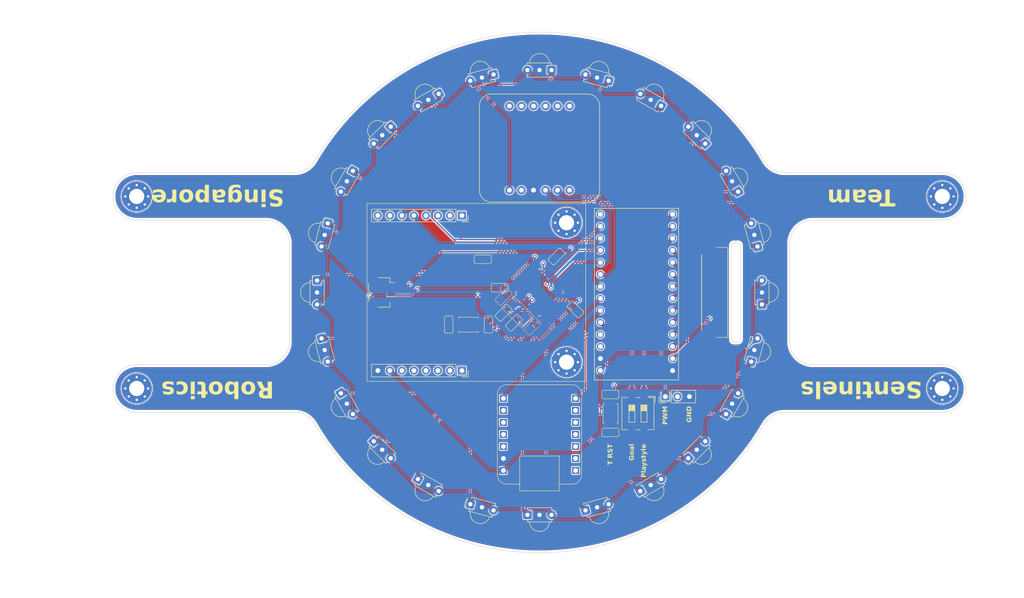
<source format=kicad_pcb>
(kicad_pcb (version 20221018) (generator pcbnew)
  (layers (0 "F.Cu" signal) (31 "B.Cu" signal) (34 "B.Paste" user) (35 "F.Paste" user) (36 "B.SilkS" user "B.Silkscreen") (37 "F.SilkS" user "F.Silkscreen") (38 "B.Mask" user) (39 "F.Mask" user) (44 "Edge.Cuts" user))
  (net 0 "")
  (net 1 "+5V")
  (net 2 "GND")
  (net 3 "+3V3")
  (net 4 "/L1 RX")
  (net 5 "/L1 TX")
  (net 6 "/FL PWM")
  (net 7 "/FL DIR")
  (net 8 "/FR PWM")
  (net 9 "/FR DIR")
  (net 10 "/BL PWM")
  (net 11 "/BL DIR")
  (net 12 "/BR PWM")
  (net 13 "/BR DIR")
  (net 14 "/SDA")
  (net 15 "/SCL")
  (net 24 "/IR/SWDIO")
  (net 25 "/IR/SWCLK")
  (net 26 "/IR/RST")
  (net 27 "/IR/BOOT")
  (net 28 "/LG")
  (net 29 "/IR/IR1")
  (net 30 "/IR/IR2")
  (net 31 "/IR/IR3")
  (net 32 "/IR/IR4")
  (net 33 "/IR/IR5")
  (net 34 "/IR/IR6")
  (net 35 "/IR/IR7")
  (net 36 "/IR/IR8")
  (net 37 "/IR/IR9")
  (net 38 "/IR/IR24")
  (net 39 "/IR/IR23")
  (net 40 "/IR/IR14")
  (net 41 "/IR/IR22")
  (net 42 "/IR/IR21")
  (net 43 "/IR/IR20")
  (net 44 "/IR/IR19")
  (net 45 "/IR/IR18")
  (net 46 "/IR/IR17")
  (net 47 "/IR/IR16")
  (net 48 "/IR/IR15")
  (net 49 "/IR/IR13")
  (net 50 "/IR/IR12")
  (net 51 "/IR/IR11")
  (net 52 "/IR/IR10")
  (net 53 "Net-(IC1-PD0)")
  (net 54 "Net-(IC1-PD1)")
  (net 57 "/DIP1")
  (net 58 "/DIP2")
  (net 61 "/C RX")
  (net 62 "/C TX")
  (net 75 "/BT RX")
  (net 76 "/BT TX")
  (net 83 "IR RX")
  (net 88 "IR TX")
  (net 94 "Net-(R5-Pad1)")
  (net 95 "Net-(D2-A)")
  (net 96 "/T_RST")
  (net 97 "Net-(R2-Pad1)")
  (net 98 "/ESC")
  (footprint "footprints:res0603" (layer "F.Cu") (at 149.225 106.775 90)
    (fp_text reference "R3" hide)
    (fp_text value "10K")
  )
  (footprint "footprints:Vishay_MINICAST-3P" (layer "F.Cu") (at 114.6015 112.1645 -75)
    (fp_text reference "U23" hide)
    (fp_text value "TSSP58038")
  )
  (footprint "footprints:cap0603" (layer "F.Cu") (at 154.6 106.4 -135)
    (fp_text reference "C2" hide)
    (fp_text value "0.1u")
  )
  (footprint "footprints:Vishay_MINICAST-3P" (layer "F.Cu") (at 119.2968 123.5 -60)
    (fp_text reference "U24" hide)
    (fp_text value "TSSP58038")
  )
  (footprint "MountingHole:MountingHole_3.2mm_M3_Pad_Via" (layer "F.Cu") (at 74.8848 79.7107)
    (fp_text reference "H3" hide)
    (fp_text value "MountingHole_Pad")
  )
  (footprint "footprints:SW_PUSH_SPST" (layer "F.Cu") (at 175 125.6 90)
    (fp_text reference "SW3" hide)
    (fp_text value "SW_Push")
  )
  (footprint "footprints:cap0603" (layer "F.Cu") (at 151.6 99 180)
    (fp_text reference "C4" hide)
    (fp_text value "0.1u")
  )
  (footprint "footprints:SW_PUSH_SPST" (layer "F.Cu") (at 145 106.8)
    (fp_text reference "SW2" hide)
    (fp_text value "SW_Push")
  )
  (footprint "footprints:Vishay_MINICAST-3P" (layer "F.Cu") (at 193.234 66.766 135)
    (fp_text reference "U13" hide)
    (fp_text value "TSSP58038")
  )
  (footprint "Connector_JST:JST_SH_SM04B-SRSS-TB_1x04-1MP_P1.00mm_Horizontal" (layer "F.Cu") (at 126.6 100 -90)
    (fp_text reference "J3" hide)
    (fp_text value "Conn_01x04")
  )
  (footprint "footprints:Vishay_MINICAST-3P" (layer "F.Cu") (at 147.8355 54.6015 -165)
    (fp_text reference "U17" hide)
    (fp_text value "TSSP58038")
  )
  (footprint "footprints:Vishay_MINICAST-3P" (layer "F.Cu") (at 160 147)
    (fp_text reference "U4" hide)
    (fp_text value "TSSP58038")
  )
  (footprint "footprints:Vishay_MINICAST-3P" (layer "F.Cu") (at 114.6015 87.8355 -105)
    (fp_text reference "U21" hide)
    (fp_text value "TSSP58038")
  )
  (footprint "footprints:Vishay_MINICAST-3P" (layer "F.Cu") (at 193.234 133.234 45)
    (fp_text reference "U7" hide)
    (fp_text value "TSSP58038")
  )
  (footprint "footprints:Vishay_MINICAST-3P" (layer "F.Cu") (at 172.1645 54.6015 165)
    (fp_text reference "U15" hide)
    (fp_text value "TSSP58038")
  )
  (footprint "Package_QFP:LQFP-48_7x7mm_P0.5mm" (layer "F.Cu") (at 160 100 45)
    (fp_text reference "IC1" hide)
    (fp_text value "STM32F103CBTx")
  )
  (footprint "footprints:Vishay_MINICAST-3P" (layer "F.Cu") (at 183.5 140.7032 30)
    (fp_text reference "U6" hide)
    (fp_text value "TSSP58038")
  )
  (footprint "footprints:led0603" (layer "F.Cu") (at 152.4 104.3 45)
    (fp_text reference "D2" hide)
    (fp_text value "LED")
  )
  (footprint "Button_Switch_SMD:SW_DIP_SPSTx02_Slide_6.7x6.64mm_W8.61mm_P2.54mm_LowProfile" (layer "F.Cu") (at 180.8 125.6 -90)
    (fp_text reference "SW1" hide)
    (fp_text value "SW_DIP_x02")
  )
  (footprint "footprints:res0603" (layer "F.Cu") (at 174.974999 121.575 180)
    (fp_text reference "R1" hide)
    (fp_text value "10K")
  )
  (footprint "MountingHole:MountingHole_3.2mm_M3_Pad_Via" (layer "F.Cu") (at 74.8848 120.2893)
    (fp_text reference "H1" hide)
    (fp_text value "MountingHole_Pad")
  )
  (footprint "footprints:Vishay_MINICAST-3P" (layer "F.Cu") (at 126.766 66.766 -135)
    (fp_text reference "U19" hide)
    (fp_text value "TSSP58038")
  )
  (footprint "footprints:Vishay_MINICAST-3P" (layer "F.Cu") (at 136.5 140.7032 -30)
    (fp_text reference "U26" hide)
    (fp_text value "TSSP58038")
  )
  (footprint "footprints:cap0603" (layer "F.Cu") (at 167.6 103.6 -45)
    (fp_text reference "C1" hide)
    (fp_text value "0.1u")
  )
  (footprint "footprints:Vishay_MINICAST-3P" (layer "F.Cu") (at 126.766 133.234 -45)
    (fp_text reference "U25" hide)
    (fp_text value "TSSP58038")
  )
  (footprint "MountingHole:MountingHole_3.2mm_M3_Pad_Via" (layer "F.Cu") (at 245.1152 120.2893)
    (fp_text reference "H2" hide)
    (fp_text value "MountingHole_Pad")
  )
  (footprint "footprints:Vishay_MINICAST-3P" (layer "F.Cu") (at 147.8355 145.3985 -15)
    (fp_text reference "U27" hide)
    (fp_text value "TSSP58038")
  )
  (footprint "footprints:Vishay_MINICAST-3P" (layer "F.Cu") (at 207 100 90)
    (fp_text reference "U10" hide)
    (fp_text value "TSSP58038")
  )
  (footprint "footprints:openmv" (layer "F.Cu") (at 166.223 100 -90)
    (fp_text reference "U2" hide)
    (fp_text value "OpenMV H7" hide)
  )
  (footprint "footprints:Vishay_MINICAST-3P" (layer "F.Cu") (at 205.3985 87.8355 105)
    (fp_text reference "U11" hide)
    (fp_text value "TSSP58038")
  )
  (footprint "MountingHole:MountingHole_3.2mm_M3_Pad_Via" (layer "F.Cu") (at 245.1152 79.7107)
    (fp_text reference "H4" hide)
    (fp_text value "MountingHole_Pad")
  )
  (footprint "footprints:Vishay_MINICAST-3P" (layer "F.Cu") (at 136.5 59.2968 -150)
    (fp_text reference "U18" hide)
    (fp_text value "TSSP58038")
  )
  (footprint "footprints:xiao-esp32c3" (layer "F.Cu") (at 160 130 180)
    (fp_text reference "U28" hide)
    (fp_text value "xiao-esp32c3" hide)
  )
  (footprint "footprints:res0603" (layer "F.Cu") (at 148 93)
    (fp_text reference "R4" hide)
    (fp_text value "10K")
  )
  (footprint "footprints:Vishay_MINICAST-3P" (layer "F.Cu") (at 119.2968 76.5 -120)
    (fp_text reference "U20" hide)
    (fp_text value "TSSP58038")
  )
  (footprint "footprints:teensy4" (layer "F.Cu") (at 180.5 100 180)
    (fp_text reference "U1" hide)
    (fp_text value "DEV-15583")
  )
  (footprint "footprints:res0603" (layer "F.Cu") (at 140.825 106.775 -90)
    (fp_text reference "R5" hide)
    (fp_text value "1K")
  )
  (footprint "footprints:Vishay_MINICAST-3P" (layer "F.Cu") (at 205.3985 112.1645 75)
    (fp_text reference "U9" hide)
    (fp_text value "TSSP58038")
  )
  (footprint "footprints:Vishay_MINICAST-3P" (layer "F.Cu") (at 113 100 -90)
    (fp_text reference "U22" hide)
    (fp_text value "TSSP58038")
  )
  (footprint "footprints:Vishay_MINICAST-3P" (layer "F.Cu") (at 160 53 180)
    (fp_text reference "U16" hide)
    (fp_text value "TSSP58038")
  )
  (footprint "footprints:bno085" (layer "F.Cu") (at 160 69.5)
    (fp_text reference "U3" hide)
    (fp_text value "BNO085")
  )
  (footprint "footprints:Vishay_MINICAST-3P" (layer "F.Cu") (at 200.7032 123.5 60)
    (fp_text reference "U8" hide)
    (fp_text value "TSSP58038")
  )
  (footprint "footprints:Vishay_MINICAST-3P" (layer "F.Cu") (at 183.5 59.2968 150)
    (fp_text reference "U14" hide)
    (fp_text value "TSSP58038")
  )
  (footprint "footprints:cap0603" (layer "F.Cu") (at 163.6 92.4 45)
    (fp_text reference "C3" hide)
    (fp_text value "0.1u")
  )
  (footprint "Connector_PinHeader_2.54mm:PinHeader_1x03_P2.54mm_Vertical" (layer "F.Cu") (at 186.6 122 90)
    (fp_text reference "J2" hide)
    (fp_text value "Conn_01x03_Pin")
  )
  (footprint "footprints:Vishay_MINICAST-3P" (layer "F.Cu") (at 200.7032 76.5 120)
    (fp_text reference "U12" hide)
    (fp_text value "TSSP58038")
  )
  (footprint "footprints:Vishay_MINICAST-3P" (layer "F.Cu") (at 172.1645 145.3985 15)
    (fp_text reference "U5" hide)
    (fp_text value "TSSP58038")
  )
  (footprint "footprints:522711479" (layer "F.Cu") (at 197.6 100 90)
    (fp_text reference "J1" hide)
    (fp_text value "0526101433" hide)
  )
  (footprint "footprints:res0603" (layer "F.Cu") (at 174.974998 129.575)
    (fp_text reference "R2" hide)
    (fp_text value "1K")
  )
  (footprint "footprints:cap0603" (layer "B.Cu") (at 158.5 107.2 -135)
    (fp_text reference "C6" hide)
    (fp_text value "22p")
  )
  (footprint "footprints:Crystal" (layer "B.Cu") (at 155.4 104.1 135)
    (fp_text reference "Y1" hide)
    (fp_text value "8Mhz")
  )
  (footprint "footprints:cap0603" (layer "B.Cu") (at 152.4 100.9 -135)
    (fp_text reference "C5" hide)
    (fp_text value "22p")
  )
  (gr_line (start 102.167834 115.289284) (end 74.884814 115.289284) (stroke (width 0.1)) (layer "Edge.Cuts"))
  (gr_line (start 74.884814 84.710716) (end 102.167834 84.710716) (stroke (width 0.1)) (layer "Edge.Cuts"))
  (gr_arc (start 102.167834 84.710716) (mid 105.703368 86.175182) (end 107.167834 89.710716) (stroke (width 0.1)) (layer "Edge.Cuts"))
  (gr_arc (start 217.832166 115.289284) (mid 214.296633 113.824817) (end 212.832166 110.289284) (stroke (width 0.1)) (layer "Edge.Cuts"))
  (gr_line (start 211.793429 125.289284) (end 245.115186 125.289284) (stroke (width 0.1)) (layer "Edge.Cuts"))
  (gr_arc (start 212.832166 89.710716) (mid 214.296624 86.17516) (end 217.832166 84.710716) (stroke (width 0.1)) (layer "Edge.Cuts"))
  (gr_line (start 201.045 89.5) (end 202.000001 89.5) (stroke (width 0.1)) (layer "Edge.Cuts"))
  (gr_arc (start 211.793429 74.710716) (mid 209.3055 74.047809) (end 207.47731 72.234823) (stroke (width 0.1)) (layer "Edge.Cuts"))
  (gr_line (start 202.500001 90) (end 202.500001 110) (stroke (width 0.1)) (layer "Edge.Cuts"))
  (gr_arc (start 207.47731 127.765177) (mid 160 155) (end 112.52269 127.765177) (stroke (width 0.1)) (layer "Edge.Cuts"))
  (gr_arc (start 202.000001 89.5) (mid 202.353554 89.646447) (end 202.500001 90) (stroke (width 0.1)) (layer "Edge.Cuts"))
  (gr_arc (start 74.884814 84.710716) (mid 69.884814 79.710716) (end 74.884814 74.710716) (stroke (width 0.1)) (layer "Edge.Cuts"))
  (gr_arc (start 202.500001 110) (mid 202.353554 110.353554) (end 202.000001 110.5) (stroke (width 0.1)) (layer "Edge.Cuts"))
  (gr_line (start 217.832166 84.710716) (end 245.115186 84.710716) (stroke (width 0.1)) (layer "Edge.Cuts"))
  (gr_arc (start 108.206571 125.289284) (mid 110.694488 125.952203) (end 112.52269 127.765177) (stroke (width 0.1)) (layer "Edge.Cuts"))
  (gr_line (start 107.167834 89.710716) (end 107.167834 110.289284) (stroke (width 0.1)) (layer "Edge.Cuts"))
  (gr_arc (start 245.115186 115.289284) (mid 250.115186 120.28928) (end 245.115186 125.289284) (stroke (width 0.1)) (layer "Edge.Cuts"))
  (gr_arc (start 201.045 110.5) (mid 200.691447 110.353553) (end 200.545 110) (stroke (width 0.1)) (layer "Edge.Cuts"))
  (gr_line (start 200.545 110) (end 200.545 90) (stroke (width 0.1)) (layer "Edge.Cuts"))
  (gr_arc (start 112.52269 72.234823) (mid 110.694488 74.047796) (end 108.206571 74.710716) (stroke (width 0.1)) (layer "Edge.Cuts"))
  (gr_arc (start 200.545 90) (mid 200.691447 89.646447) (end 201.045 89.5) (stroke (width 0.1)) (layer "Edge.Cuts"))
  (gr_arc (start 245.115186 74.710716) (mid 250.115194 79.71072) (end 245.115186 84.710716) (stroke (width 0.1)) (layer "Edge.Cuts"))
  (gr_arc (start 107.167834 110.289284) (mid 105.703368 113.824818) (end 102.167834 115.289284) (stroke (width 0.1)) (layer "Edge.Cuts"))
  (gr_line (start 74.884814 125.289284) (end 108.206571 125.289284) (stroke (width 0.1)) (layer "Edge.Cuts"))
  (gr_line (start 108.206571 74.710716) (end 74.884814 74.710716) (stroke (width 0.1)) (layer "Edge.Cuts"))
  (gr_line (start 202.000001 110.5) (end 201.045 110.5) (stroke (width 0.1)) (layer "Edge.Cuts"))
  (gr_line (start 212.832166 110.289284) (end 212.832166 89.710716) (stroke (width 0.1)) (layer "Edge.Cuts"))
  (gr_arc (start 112.52269 72.234823) (mid 160 45) (end 207.47731 72.234823) (stroke (width 0.1)) (layer "Edge.Cuts"))
  (gr_arc (start 74.884814 125.289284) (mid 69.884814 120.289284) (end 74.884814 115.289284) (stroke (width 0.1)) (layer "Edge.Cuts"))
  (gr_line (start 245.115186 115.289284) (end 217.832166 115.289284) (stroke (width 0.1)) (layer "Edge.Cuts"))
  (gr_arc (start 207.47731 127.765177) (mid 209.305516 125.95222) (end 211.793429 125.289284) (stroke (width 0.1)) (layer "Edge.Cuts"))
  (gr_line (start 245.115186 74.710716) (end 211.793429 74.710716) (stroke (width 0.1)) (layer "Edge.Cuts"))
  (gr_text "Singapore" (at 92 79.7107 180) (layer "F.SilkS") (effects (font (size 3.5 3.5) (thickness 1) bold)))
  (gr_text "Robotics" (at 92 120.2893 180) (layer "F.SilkS") (effects (font (size 3.5 3.5) (thickness 1) bold)))
  (gr_text "GND" (at 191.68 124 90) (layer "F.SilkS") (effects (font (size 1 1) (thickness 0.25) bold) (justify right)))
  (gr_text "Sentinels" (at 228 120.2893 180) (layer "F.SilkS") (effects (font (size 3.5 3.5) (thickness 1) bold)))
  (gr_text "PWM" (at 186.6 124 90) (layer "F.SilkS") (effects (font (size 1 1) (thickness 0.25) bold) (justify right)))
  (gr_text "Team" (at 228 79.7107 180) (layer "F.SilkS") (effects (font (size 3.5 3.5) (thickness 1) bold)))
  (gr_text "Playstyle" (at 182.07 132 90) (layer "F.SilkS") (effects (font (size 1 1) (thickness 0.25) bold) (justify right)))
  (gr_text "T RST" (at 175 132 90) (layer "F.SilkS") (effects (font (size 1 1) (thickness 0.25) bold) (justify right)))
  (gr_text "Goal" (at 179.53 132 90) (layer "F.SilkS") (effects (font (size 1 1) (thickness 0.25) bold) (justify right)))
  (segment (start 192.725 105.5) (end 196 105.5) (width 0.254) (layer "F.Cu") (net 1))
  (via (at 196 105.5) (size 0.8) (drill 0.4) (layers "F.Cu" "B.Cu") (net 1))
  (segment (start 149.487 137.62) (end 152.38 137.62) (width 0.254) (layer "B.Cu") (net 1))
  (segment (start 128.377 116.51) (end 149.487 137.62) (width 0.254) (layer "B.Cu") (net 1))
  (segment (start 156.2 133.8) (end 152.38 137.62) (width 0.254) (layer "B.Cu") (net 1))
  (segment (start 172.88 116.51) (end 176.59 112.8) (width 0.254) (layer "B.Cu") (net 1))
  (segment (start 168.23458 133.8) (end 156.2 133.8) (width 0.254) (layer "B.Cu") (net 1))
  (segment (start 172.88 116.51) (end 172.88 129.15458) (width 0.254) (layer "B.Cu") (net 1))
  (segment (start 188.7 112.8) (end 196 105.5) (width 0.254) (layer "B.Cu") (net 1))
  (segment (start 176.59 112.8) (end 188.7 112.8) (width 0.254) (layer "B.Cu") (net 1))
  (segment (start 172.88 129.15458) (end 168.23458 133.8) (width 0.254) (layer "B.Cu") (net 1))
  (segment (start 164.998788 100.998788) (end 167.034315 103.034315) (width 0.254) (layer "F.Cu") (net 3))
  (segment (start 204.166948 111.6) (end 200.254 111.6) (width 0.254) (layer "F.Cu") (net 3))
  (segment (start 168.4 101.66863) (end 167.034315 103.034315) (width 0.254) (layer "F.Cu") (net 3))
  (segment (start 152.4 99) (end 152.4 99.8) (width 0.254) (layer "F.Cu") (net 3))
  (segment (start 163.034315 93.076597) (end 160.998788 95.112124) (width 0.254) (layer "F.Cu") (net 3))
  (segment (start 200.254 111.6) (end 195.154 106.5) (width 0.254) (layer "F.Cu") (net 3))
  (segment (start 155.933451 105.834315) (end 155.165685 105.834315) (width 0.254) (layer "F.Cu") (net 3))
  (segment (start 195.154 106.5) (end 192.725 106.5) (width 0.254) (layer "F.Cu") (net 3))
  (segment (start 149.225 107.575) (end 151 107.575) (width 0.254) (layer "F.Cu") (net 3))
  (segment (start 154.33137 105) (end 155.165685 105.834315) (width 0.254) (layer "F.Cu") (net 3))
  (segment (start 153.642052 105) (end 154.33137 105) (width 0.254) (layer "F.Cu") (net 3))
  (segment (start 168.4 101.6) (end 168.4 101.66863) (width 0.254) (layer "F.Cu") (net 3))
  (segment (start 175.774999 121.575) (end 175.774999 119.625001) (width 0.25) (layer "F.Cu") (net 3))
  (segment (start 152.4 99.8) (end 151.6 100.6) (width 0.254) (layer "F.Cu") (net 3))
  (segment (start 157.940551 103.827215) (end 155.933451 105.834315) (width 0.254) (layer "F.Cu") (net 3))
  (segment (start 163.034315 92.965685) (end 163.034315 93.076597) (width 0.254) (layer "F.Cu") (net 3))
  (segment (start 155.112124 99.001212) (end 152.401212 99.001212) (width 0.254) (layer "F.Cu") (net 3))
  (segment (start 151.6 100.6) (end 147 100.6) (width 0.254) (layer "F.Cu") (net 3))
  (segment (start 152.401212 99.001212) (end 152.4 99) (width 0.254) (layer "F.Cu") (net 3))
  (segment (start 128.6 101.5) (end 125.1 101.5) (width 0.254) (layer "F.Cu") (net 3))
  (segment (start 164.887876 100.998788) (end 164.998788 100.998788) (width 0.254) (layer "F.Cu") (net 3))
  (segment (start 125.1 101.5) (end 124.2 100.6) (width 0.254) (layer "F.Cu") (net 3))
  (segment (start 151 107.575) (end 151.067052 107.575) (width 0.254) (layer "F.Cu") (net 3))
  (segment (start 160.8 94.913336) (end 160.998788 95.112124) (width 0.254) (layer "F.Cu") (net 3))
  (segment (start 206.0559 109.711048) (end 204.166948 111.6) (width 0.254) (layer "F.Cu") (net 3))
  (segment (start 160.8 93.8) (end 160.8 94.913336) (width 0.254) (layer "F.Cu") (net 3))
  (segment (start 151.067052 107.575) (end 153.642052 105) (width 0.254) (layer "F.Cu") (net 3))
  (via (at 168.4 101.6) (size 0.8) (drill 0.4) (layers "F.Cu" "B.Cu") (net 3))
  (via (at 151 107.575) (size 0.8) (drill 0.4) (layers "F.Cu" "B.Cu") (net 3))
  (via (at 124.2 100.6) (size 0.8) (drill 0.4) (layers "F.Cu" "B.Cu") (net 3))
  (via (at 175.774999 119.625001) (size 0.8) (drill 0.4) (layers "F.Cu" "B.Cu") (net 3))
  (via (at 160.8 93.8) (size 0.8) (drill 0.4) (layers "F.Cu" "B.Cu") (net 3))
  (via (at 147 100.6) (size 0.8) (drill 0.4) (layers "F.Cu" "B.Cu") (net 3))
  (segment (start 145.382048 55.2589) (end 146.123148 56) (width 0.254) (layer "B.Cu") (net 3))
  (segment (start 160.8 98.8) (end 163.6 101.6) (width 0.254) (layer "B.Cu") (net 3))
  (segment (start 153.65 63.526852) (end 145.382048 55.2589) (width 0.254) (layer "B.Cu") (net 3))
  (segment (start 168.811048 54.8441) (end 169.711048 53.9441) (width 0.254) (layer "B.Cu") (net 3))
  (segment (start 195.030051 126.970652) (end 195.030051 131.437949) (width 0.254) (layer "B.Cu") (net 3))
  (segment (start 181.300295 58.0268) (end 173.793748 58.0268) (width 0.254) (layer "B.Cu") (net 3))
  (segment (start 175.774999 119.625001) (end 176.149998 120) (width 0.25) (layer "B.Cu") (net 3))
  (segment (start 157.46 53) (end 159.3041 54.8441) (width 0.254) (layer "B.Cu") (net 3))
  (segment (start 153.225 109.8) (end 160.2 109.8) (width 0.254) (layer "B.Cu") (net 3))
  (segment (start 147 100.6) (end 147 103.575) (width 0.254) (layer "B.Cu") (net 3))
  (segment (start 154.46 56) (end 157.46 53) (width 0.254) (layer "B.Cu") (net 3))
  (segment (start 124.969949 73.029348) (end 119.299592 78.699705) (width 0.254) (layer "B.Cu") (net 3))
  (segment (start 113 102.54) (end 116.1589 105.6989) (width 0.254) (layer "B.Cu") (net 3))
  (segment (start 115.2 100.34) (end 115.2 91.544852) (width 0.254) (layer "B.Cu") (net 3))
  (segment (start 150.571852 145.773) (end 161.313 145.773) (width 0.254) (layer "B.Cu") (net 3))
  (segment (start 128.562051 135.696423) (end 128.562051 135.030051) (width 0.254) (layer "B.Cu") (net 3))
  (segment (start 204.7411 85.382048) (end 199.4332 80.074148) (width 0.254) (layer "B.Cu") (net 3))
  (segment (start 134.838828 141.9732) (end 128.562051 135.696423) (width 0.254) (layer "B.Cu") (net 3))
  (segment (start 206.0559 109.711048) (end 201.9732 113.793748) (width 0.254) (layer "B.Cu") (net 3))
  (segment (start 185.767592 58.0268) (end 181.300295 58.0268) (width 0.254) (layer "B.Cu") (net 3))
  (segment (start 174.617952 144.7411) (end 179.925852 139.4332) (width 0.254) (layer "B.Cu") (net 3))
  (segment (start 199.4332 80.074148) (end 199.4332 74.300295) (width 0.254) (layer "B.Cu") (net 3))
  (segment (start 173.793748 58.0268) (end 169.711048 53.9441) (width 0.254) (layer "B.Cu") (net 3))
  (segment (start 147 100.6) (end 124.255148 100.6) (width 0.254) (layer "B.Cu") (net 3))
  (segment (start 163.6 101.6) (end 168.4 101.6) (width 0.254) (layer "B.Cu") (net 3))
  (segment (start 127.577836 68.562051) (end 124.969949 68.562051) (width 0.254) (layer "B.Cu") (net 3))
  (segment (start 146.206252 141.9732) (end 150.288952 146.0559) (width 0.254) (layer "B.Cu") (net 3))
  (segment (start 115.2 91.544852) (end 113.9441 90.288952) (width 0.254) (layer "B.Cu") (net 3))
  (segment (start 151 107.575) (end 153.225 109.8) (width 0.254) (layer "B.Cu") (net 3))
  (segment (start 163.44 147.9) (end 171.459052 147.9) (width 0.254) (layer "B.Cu") (net 3))
  (segment (start 185.699705 139.033054) (end 185.699705 139.4332) (width 0.254) (layer "B.Cu") (net 3))
  (segment (start 191.437949 63.697157) (end 185.767592 58.0268) (width 0.254) (layer "B.Cu") (net 3))
  (segment (start 160.8 93.8) (end 160.8 98.8) (width 0.254) (layer "B.Cu") (net 3))
  (segment (start 140.074148 60.5668) (end 134.300295 60.5668) (width 0.254) (layer "B.Cu") (net 3))
  (segment (start 199.4332 74.300295) (end 198.160408 74.300295) (width 0.254) (layer "B.Cu") (net 3))
  (segment (start 134.300295 61.839592) (end 127.577836 68.562051) (width 0.254) (layer "B.Cu") (net 3))
  (segment (start 162.54 147) (end 163.44 147.9) (width 0.254) (layer "B.Cu") (net 3))
  (segment (start 134.300295 60.5668) (end 134.300295 61.839592) (width 0.254) (layer "B.Cu") (net 3))
  (segment (start 118.0268 78.699705) (end 118.0268 86.206252) (width 0.254) (layer "B.Cu") (net 3))
  (segment (start 119.299592 78.699705) (end 118.0268 78.699705) (width 0.254) (layer "B.Cu") (net 3))
  (segment (start 146.123148 56) (end 154.46 56) (width 0.254) (layer "B.Cu") (net 3))
  (segment (start 198.160408 74.300295) (end 191.437949 67.577836) (width 0.254) (layer "B.Cu") (net 3))
  (segment (start 176.149998 120) (end 200.672905 120) (width 0.25) (layer "B.Cu") (net 3))
  (segment (start 145.382048 55.2589) (end 140.074148 60.5668) (width 0.254) (layer "B.Cu") (net 3))
  (segment (start 179.925852 139.4332) (end 185.699705 139.4332) (width 0.254) (layer "B.Cu") (net 3))
  (segment (start 193.29481 131.437949) (end 185.699705 139.033054) (width 0.254) (layer "B.Cu") (net 3))
  (segment (start 201.9732 121.300295) (end 200.700408 121.300295) (width 0.254) (layer "B.Cu") (net 3))
  (segment (start 118.0268 86.206252) (end 113.9441 90.288952) (width 0.254) (layer "B.Cu") (net 3))
  (segment (start 120.5668 119.925852) (end 120.5668 125.699705) (width 0.254) (layer "B.Cu") (net 3))
  (segment (start 116.1589 113.717952) (end 115.2589 114.617952) (width 0.254) (layer "B.Cu") (net 3))
  (segment (start 150.288952 146.0559) (end 150.571852 145.773) (width 0.254) (layer "B.Cu") (net 3))
  (segment (start 153.65 78.39) (end 153.65 63.526852) (width 0.254) (layer "B.Cu") (net 3))
  (segment (start 161.313 145.773) (end 162.54 147) (width 0.254) (layer "B.Cu") (net 3))
  (segment (start 113 102.54) (end 115.2 100.34) (width 0.254) (layer "B.Cu") (net 3))
  (segment (start 201.9732 113.793748) (end 201.9732 121.300295) (width 0.254) (layer "B.Cu") (net 3))
  (segment (start 138.699705 141.9732) (end 134.838828 141.9732) (width 0.254) (layer "B.Cu") (net 3))
  (segment (start 200.672905 120) (end 201.9732 121.300295) (width 0.25) (layer "B.Cu") (net 3))
  (segment (start 200.700408 121.300295) (end 195.030051 126.970652) (width 0.254) (layer "B.Cu") (net 3))
  (segment (start 160.2 109.8) (end 168.4 101.6) (width 0.254) (layer "B.Cu") (net 3))
  (segment (start 205.1559 108.811048) (end 205.1559 99.3041) (width 0.254) (layer "B.Cu") (net 3))
  (segment (start 205.1559 99.3041) (end 207 97.46) (width 0.254) (layer "B.Cu") (net 3))
  (segment (start 195.030051 131.437949) (end 193.29481 131.437949) (width 0.254) (layer "B.Cu") (net 3))
  (segment (start 124.255148 100.6) (end 113.9441 90.288952) (width 0.254) (layer "B.Cu") (net 3))
  (segment (start 171.459052 147.9) (end 174.617952 144.7411) (width 0.254) (layer "B.Cu") (net 3))
  (segment (start 138.699705 141.9732) (end 146.206252 141.9732) (width 0.254) (layer "B.Cu") (net 3))
  (segment (start 115.2589 114.617952) (end 120.5668 119.925852) (width 0.254) (layer "B.Cu") (net 3))
  (segment (start 159.3041 54.8441) (end 168.811048 54.8441) (width 0.254) (layer "B.Cu") (net 3))
  (segment (start 120.5668 125.699705) (end 121.839592 125.699705) (width 0.254) (layer "B.Cu") (net 3))
  (segment (start 191.437949 67.577836) (end 191.437949 64.969949) (width 0.254) (layer "B.Cu") (net 3))
  (segment (start 128.562051 132.422164) (end 128.562051 135.030051) (width 0.254) (layer "B.Cu") (net 3))
  (segment (start 147 103.575) (end 151 107.575) (width 0.254) (layer "B.Cu") (net 3))
  (segment (start 206.0559 109.711048) (end 205.1559 108.811048) (width 0.254) (layer "B.Cu") (net 3))
  (segment (start 121.839592 125.699705) (end 128.562051 132.422164) (width 0.254) (layer "B.Cu") (net 3))
  (segment (start 191.437949 64.969949) (end 191.437949 63.697157) (width 0.254) (layer "B.Cu") (net 3))
  (segment (start 116.1589 105.6989) (end 116.1589 113.717952) (width 0.254) (layer "B.Cu") (net 3))
  (segment (start 124.969949 68.562051) (end 124.969949 73.029348) (width 0.254) (layer "B.Cu") (net 3))
  (segment (start 191.273 104.873) (end 191.646 104.5) (width 0.254) (layer "F.Cu") (net 4))
  (segment (start 191.646 104.5) (end 192.725 104.5) (width 0.254) (layer "F.Cu") (net 4))
  (segment (start 191.273 110.817) (end 191.273 104.873) (width 0.254) (layer "F.Cu") (net 4))
  (segment (start 188.12 113.97) (end 191.273 110.817) (width 0.254) (layer "F.Cu") (net 4))
  (segment (start 191.346 103.5) (end 192.725 103.5) (width 0.254) (layer "F.Cu") (net 5))
  (segment (start 188.12 111.43) (end 190.819 108.731) (width 0.254) (layer "F.Cu") (net 5))
  (segment (start 190.819 104.027) (end 191.346 103.5) (width 0.254) (layer "F.Cu") (net 5))
  (segment (start 190.819 108.731) (end 190.819 104.027) (width 0.254) (layer "F.Cu") (net 5))
  (segment (start 190.365 103.838947) (end 190.365 106.645) (width 0.254) (layer "F.Cu") (net 6))
  (segment (start 191.703947 102.5) (end 190.365 103.838947) (width 0.254) (layer "F.Cu") (net 6))
  (segment (start 192.725 102.5) (end 191.703947 102.5) (width 0.254) (layer "F.Cu") (net 6))
  (segment (start 190.365 106.645) (end 188.12 108.89) (width 0.254) (layer "F.Cu") (net 6))
  (segment (start 191.346 101.5) (end 189.4 103.446) (width 0.254) (layer "F.Cu") (net 7))
  (segment (start 189.4 103.446) (end 189.4 105.07) (width 0.254) (layer "F.Cu") (net 7))
  (segment (start 189.4 105.07) (end 188.12 106.35) (width 0.254) (layer "F.Cu") (net 7))
  (segment (start 192.725 101.5) (end 191.346 101.5) (width 0.254) (layer "F.Cu") (net 7))
  (segment (start 188.393947 103.81) (end 191.703947 100.5) (width 0.254) (layer "F.Cu") (net 8))
  (segment (start 188.12 103.81) (end 188.393947 103.81) (width 0.254) (layer "F.Cu") (net 8))
  (segment (start 191.703947 100.5) (end 192.725 100.5) (width 0.254) (layer "F.Cu") (net 8))
  (segment (start 188.12 101.27) (end 189.89 99.5) (width 0.254) (layer "F.Cu") (net 9))
  (segment (start 189.89 99.5) (end 192.725 99.5) (width 0.254) (layer "F.Cu") (net 9))
  (segment (start 192.725 98.5) (end 188.35 98.5) (width 0.254) (layer "F.Cu") (net 10))
  (segment (start 188.35 98.5) (end 188.12 98.73) (width 0.254) (layer "F.Cu") (net 10))
  (segment (start 189.43 97.5) (end 188.12 96.19) (width 0.254) (layer "F.Cu") (net 11))
  (segment (start 192.725 97.5) (end 189.43 97.5) (width 0.254) (layer "F.Cu") (net 11))
  (segment (start 188.12 93.65) (end 190.97 96.5) (width 0.254) (layer "F.Cu") (net 12))
  (segment (start 190.97 96.5) (end 192.725 96.5) (width 0.254) (layer "F.Cu") (net 12))
  (segment (start 192.725 95.5) (end 190.9 95.5) (width 0.254) (layer "F.Cu") (net 13))
  (segment (start 189.8 92.79) (end 188.12 91.11) (width 0.254) (layer "F.Cu") (net 13))
  (segment (start 189.8 94.4) (end 189.8 92.79) (width 0.254) (layer "F.Cu") (net 13))
  (segment (start 190.9 95.5) (end 189.8 94.4) (width 0.254) (layer "F.Cu") (net 13))
  (segment (start 175.8 82.4) (end 173.2 79.8) (width 0.254) (layer "B.Cu") (net 14))
  (segment (start 173.2 79.8) (end 165.22 79.8) (width 0.254) (layer "B.Cu") (net 14))
  (segment (start 165.22 79.8) (end 163.81 78.39) (width 0.254) (layer "B.Cu") (net 14))
  (segment (start 175.8 94.6) (end 175.8 82.4) (width 0.254) (layer "B.Cu") (net 14))
  (segment (start 172.88 96.19) (end 174.21 96.19) (width 0.254) (layer "B.Cu") (net 14))
  (segment (start 174.21 96.19) (end 175.8 94.6) (width 0.254) (layer "B.Cu") (net 14))
  (segment (start 175 83.2) (end 175 93.4) (width 0.254) (layer "B.Cu") (net 15))
  (segment (start 161.27 78.39) (end 163.68 80.8) (width 0.254) (layer "B.Cu") (net 15))
  (segment (start 163.68 80.8) (end 172.6 80.8) (width 0.254) (layer "B.Cu") (net 15))
  (segment (start 172.258 94.742) (end 171.6 95.4) (width 0.254) (layer "B.Cu") (net 15))
  (segment (start 171.6 95.4) (end 171.6 97.45) (width 0.254) (layer "B.Cu") (net 15))
  (segment (start 175 93.4) (end 173.658 94.742) (width 0.254) (layer "B.Cu") (net 15))
  (segment (start 173.658 94.742) (end 172.258 94.742) (width 0.254) (layer "B.Cu") (net 15))
  (segment (start 171.6 97.45) (end 172.88 98.73) (width 0.254) (layer "B.Cu") (net 15))
  (segment (start 172.6 80.8) (end 175 83.2) (width 0.254) (layer "B.Cu") (net 15))
  (segment (start 166.6 90.925126) (end 161.705895 95.819231) (width 0.254) (layer "F.Cu") (net 24))
  (segment (start 166.6 90.6) (end 166.6 90.925126) (width 0.254) (layer "F.Cu") (net 24))
  (segment (start 131.3 99.5) (end 132.6 98.2) (width 0.254) (layer "F.Cu") (net 24))
  (segment (start 128.6 99.5) (end 131.3 99.5) (width 0.254) (layer "F.Cu") (net 24))
  (via (at 132.6 98.2) (size 0.8) (drill 0.4) (layers "F.Cu" "B.Cu") (net 24))
  (via (at 166.6 90.6) (size 0.8) (drill 0.4) (layers "F.Cu" "B.Cu") (net 24))
  (segment (start 166.6 90.6) (end 165.8 91.4) (width 0.254) (layer "B.Cu") (net 24))
  (segment (start 139.4 91.4) (end 132.6 98.2) (width 0.254) (layer "B.Cu") (net 24))
  (segment (start 165.8 91.4) (end 139.4 91.4) (width 0.254) (layer "B.Cu") (net 24))
  (segment (start 132.9 100.5) (end 134.2 99.2) (width 0.254) (layer "F.Cu") (net 25))
  (segment (start 159.001212 92.401212) (end 159 92.4) (width 0.254) (layer "F.Cu") (net 25))
  (segment (start 159.001212 95.112124) (end 159.001212 92.401212) (width 0.254) (layer "F.Cu") (net 25))
  (segment (start 128.6 100.5) (end 132.9 100.5) (width 0.254) (layer "F.Cu") (net 25))
  (via (at 159 92.4) (size 0.8) (drill 0.4) (layers "F.Cu" "B.Cu") (net 25))
  (via (at 134.2 99.2) (size 0.8) (drill 0.4) (layers "F.Cu" "B.Cu") (net 25))
  (segment (start 159 92.4) (end 152.2 99.2) (width 0.254) (layer "B.Cu") (net 25))
  (segment (start 152.2 99.2) (end 134.2 99.2) (width 0.254) (layer "B.Cu") (net 25))
  (segment (start 154.2 103.8) (end 156.553554 103.8) (width 0.254) (layer "F.Cu") (net 26))
  (segment (start 149.225 105.975) (end 147.825 105.975) (width 0.254) (layer "F.Cu") (net 26))
  (segment (start 156.553554 103.8) (end 157.233445 103.120109) (width 0.254) (layer "F.Cu") (net 26))
  (segment (start 149.225 105.975) (end 152.025 105.975) (width 0.254) (layer "F.Cu") (net 26))
  (segment (start 147.825 105.975) (end 147 106.8) (width 0.254) (layer "F.Cu") (net 26))
  (segment (start 152.025 105.975) (end 154.2 103.8) (width 0.254) (layer "F.Cu") (net 26))
  (segment (start 156.526338 97.586998) (end 151.93934 93) (width 0.254) (layer "F.Cu") (net 27))
  (segment (start 151.93934 93) (end 148.8 93) (width 0.254) (layer "F.Cu") (net 27))
  (segment (start 156.383 145.923) (end 157.46 147) (width 0.254) (layer "F.Cu") (net 29))
  (segment (start 162.376279 107.823721) (end 156.383 113.817) (width 0.254) (layer "F.Cu") (net 29))
  (segment (start 161.705895 104.180769) (end 162.376279 104.851153) (width 0.254) (layer "F.Cu") (net 29))
  (segment (start 162.376279 104.851153) (end 162.376279 107.823721) (width 0.254) (layer "F.Cu") (net 29))
  (segment (start 156.383 113.817) (end 156.383 145.923) (width 0.254) (layer "F.Cu") (net 29))
  (segment (start 162.830279 108.011773) (end 162.830279 104.598045) (width 0.254) (layer "F.Cu") (net 30))
  (segment (start 161.4 137.744852) (end 161.4 109.442052) (width 0.254) (layer "F.Cu") (net 30))
  (segment (start 161.4 109.442052) (end 162.830279 108.011773) (width 0.254) (layer "F.Cu") (net 30))
  (segment (start 169.711048 146.0559) (end 161.4 137.744852) (width 0.254) (layer "F.Cu") (net 30))
  (segment (start 162.830279 104.598045) (end 162.059449 103.827215) (width 0.254) (layer "F.Cu") (net 30))
  (segment (start 181.300295 141.9732) (end 169.242 129.914905) (width 0.254) (layer "F.Cu") (net 31))
  (segment (start 169.242 129.914905) (end 169.242 110.30266) (width 0.254) (layer "F.Cu") (net 31))
  (segment (start 169.242 110.30266) (end 162.413002 103.473662) (width 0.254) (layer "F.Cu") (net 31))
  (segment (start 175.030051 135.030051) (end 169.696 129.696) (width 0.254) (layer "F.Cu") (net 32))
  (segment (start 169.696 110.049554) (end 162.766555 103.120109) (width 0.254) (layer "F.Cu") (net 32))
  (segment (start 169.696 129.696) (end 169.696 110.049554) (width 0.254) (layer "F.Cu") (net 32))
  (segment (start 191.437949 135.030051) (end 175.030051 135.030051) (width 0.254) (layer "F.Cu") (net 32))
  (segment (start 199.4332 125.699705) (end 172.699705 125.699705) (width 0.254) (layer "F.Cu") (net 33))
  (segment (start 172.699705 125.699705) (end 170.15 123.15) (width 0.254) (layer "F.Cu") (net 33))
  (segment (start 170.15 123.15) (end 170.15 109.796446) (width 0.254) (layer "F.Cu") (net 33))
  (segment (start 170.15 109.796446) (end 163.120109 102.766555) (width 0.254) (layer "F.Cu") (net 33))
  (segment (start 170.604 109.54334) (end 163.473662 102.413002) (width 0.254) (layer "F.Cu") (net 34))
  (segment (start 194.113347 125.245705) (end 173.845705 125.245705) (width 0.254) (layer "F.Cu") (net 34))
  (segment (start 204.7411 114.617952) (end 194.113347 125.245705) (width 0.254) (layer "F.Cu") (net 34))
  (segment (start 170.604 122.004) (end 170.604 109.54334) (width 0.254) (layer "F.Cu") (net 34))
  (segment (start 173.845705 125.245705) (end 170.604 122.004) (width 0.254) (layer "F.Cu") (net 34))
  (segment (start 208.6 87.327972) (end 208.6 100.94) (width 0.254) (layer "F.Cu") (net 35))
  (segment (start 208.6 100.94) (end 207 102.54) (width 0.254) (layer "F.Cu") (net 35))
  (segment (start 170.854 90.913766) (end 170.854 82.346) (width 0.254) (layer "F.Cu") (net 35))
  (segment (start 202.272028 81) (end 208.6 87.327972) (width 0.254) (layer "F.Cu") (net 35))
  (segment (start 172.2 81) (end 202.272028 81) (width 0.254) (layer "F.Cu") (net 35))
  (segment (start 163.827215 97.940551) (end 170.854 90.913766) (width 0.254) (layer "F.Cu") (net 35))
  (segment (start 170.854 82.346) (end 172.2 81) (width 0.254) (layer "F.Cu") (net 35))
  (segment (start 204.888952 90.288952) (end 206.0559 90.288952) (width 0.254) (layer "F.Cu") (net 36))
  (segment (start 172.746 81.454) (end 196.054 81.454) (width 0.254) (layer "F.Cu") (net 36))
  (segment (start 196.054 81.454) (end 204.888952 90.288952) (width 0.254) (layer "F.Cu") (net 36))
  (segment (start 171.308 91.166874) (end 171.308 82.892) (width 0.254) (layer "F.Cu") (net 36))
  (segment (start 164.180769 98.294105) (end 171.308 91.166874) (width 0.254) (layer "F.Cu") (net 36))
  (segment (start 171.308 82.892) (end 172.746 81.454) (width 0.254) (layer "F.Cu") (net 36))
  (segment (start 170.4 90.66066) (end 170.4 81.6) (width 0.254) (layer "F.Cu") (net 37))
  (segment (start 170.4 81.6) (end 173.300295 78.699705) (width 0.254) (layer "F.Cu") (net 37))
  (segment (start 163.473662 97.586998) (end 170.4 90.66066) (width 0.254) (layer "F.Cu") (net 37))
  (segment (start 173.300295 78.699705) (end 201.9732 78.699705) (width 0.254) (layer "F.Cu") (net 37))
  (segment (start 145.382048 123.217952) (end 145.382048 144.7411) (width 0.254) (layer "F.Cu") (net 38))
  (segment (start 161.922279 106.677721) (end 145.382048 123.217952) (width 0.254) (layer "F.Cu") (net 38))
  (segment (start 161.922279 105.104259) (end 161.922279 106.677721) (width 0.254) (layer "F.Cu") (net 38))
  (segment (start 161.352342 104.534322) (end 161.922279 105.104259) (width 0.254) (layer "F.Cu") (net 38))
  (segment (start 160.998788 104.887876) (end 134.300295 131.586369) (width 0.254) (layer "F.Cu") (net 39))
  (segment (start 134.300295 131.586369) (end 134.300295 139.4332) (width 0.254) (layer "F.Cu") (net 39))
  (segment (start 139.8 64.4) (end 150.2559 53.9441) (width 0.254) (layer "F.Cu") (net 40))
  (segment (start 150.2559 53.9441) (end 150.288952 53.9441) (width 0.254) (layer "F.Cu") (net 40))
  (segment (start 139.8 85) (end 139.8 64.4) (width 0.254) (layer "F.Cu") (net 40))
  (segment (start 143.616117 88.816117) (end 139.8 85) (width 0.254) (layer "F.Cu") (net 40))
  (segment (start 150.583883 88.816117) (end 143.616117 88.816117) (width 0.254) (layer "F.Cu") (net 40))
  (segment (start 157.940551 96.172785) (end 150.583883 88.816117) (width 0.254) (layer "F.Cu") (net 40))
  (segment (start 132.451139 131.437949) (end 159.001212 104.887876) (width 0.254) (layer "F.Cu") (net 41))
  (segment (start 124.969949 131.437949) (end 132.451139 131.437949) (width 0.254) (layer "F.Cu") (net 41))
  (segment (start 158.647658 104.534322) (end 141.881685 121.300295) (width 0.254) (layer "F.Cu") (net 42))
  (segment (start 141.881685 121.300295) (end 118.0268 121.300295) (width 0.254) (layer "F.Cu") (net 42))
  (segment (start 158.294105 104.180769) (end 152.763826 109.711048) (width 0.254) (layer "F.Cu") (net 43))
  (segment (start 152.763826 109.711048) (end 113.9441 109.711048) (width 0.254) (layer "F.Cu") (net 43))
  (segment (start 153.725126 96.2) (end 155.819231 98.294105) (width 0.254) (layer "F.Cu") (net 44))
  (segment (start 113 97.46) (end 114.26 96.2) (width 0.254) (layer "F.Cu") (net 44))
  (segment (start 114.26 96.2) (end 153.725126 96.2) (width 0.254) (layer "F.Cu") (net 44))
  (segment (start 156.172785 97.940551) (end 153.832234 95.6) (width 0.254) (layer "F.Cu") (net 45))
  (segment (start 153.832234 95.6) (end 125.476852 95.6) (width 0.254) (layer "F.Cu") (net 45))
  (segment (start 125.476852 95.6) (end 115.2589 85.382048) (width 0.254) (layer "F.Cu") (net 45))
  (segment (start 123.6 83.6) (end 123.6 77.333495) (width 0.254) (layer "F.Cu") (net 46))
  (segment (start 131.4 91.4) (end 123.6 83.6) (width 0.254) (layer "F.Cu") (net 46))
  (segment (start 123.6 77.333495) (end 120.5668 74.300295) (width 0.254) (layer "F.Cu") (net 46))
  (segment (start 156.879891 97.233445) (end 151.046446 91.4) (width 0.254) (layer "F.Cu") (net 46))
  (segment (start 151.046446 91.4) (end 131.4 91.4) (width 0.254) (layer "F.Cu") (net 46))
  (segment (start 135.8 90.4) (end 129.6 84.2) (width 0.254) (layer "F.Cu") (net 47))
  (segment (start 150.753554 90.4) (end 135.8 90.4) (width 0.254) (layer "F.Cu") (net 47))
  (segment (start 129.6 66.007898) (end 128.562051 64.969949) (width 0.254) (layer "F.Cu") (net 47))
  (segment (start 129.6 84.2) (end 129.6 66.007898) (width 0.254) (layer "F.Cu") (net 47))
  (segment (start 157.233445 96.879891) (end 150.753554 90.4) (width 0.254) (layer "F.Cu") (net 47))
  (segment (start 137.36 84.36) (end 137.36 61.04) (width 0.254) (layer "F.Cu") (net 48))
  (segment (start 150.46066 89.4) (end 142.4 89.4) (width 0.254) (layer "F.Cu") (net 48))
  (segment (start 142.4 89.4) (end 137.36 84.36) (width 0.254) (layer "F.Cu") (net 48))
  (segment (start 138.699705 59.700295) (end 138.699705 58.0268) (width 0.254) (layer "F.Cu") (net 48))
  (segment (start 137.36 61.04) (end 138.699705 59.700295) (width 0.254) (layer "F.Cu") (net 48))
  (segment (start 157.586998 96.526338) (end 150.46066 89.4) (width 0.254) (layer "F.Cu") (net 48))
  (segment (start 162.54 54.86) (end 161.4 56) (width 0.254) (layer "F.Cu") (net 49))
  (segment (start 161.4 56) (end 152 56) (width 0.254) (layer "F.Cu") (net 49))
  (segment (start 152 56) (end 142.4 65.6) (width 0.254) (layer "F.Cu") (net 49))
  (segment (start 150.836991 88.362117) (end 158.294105 95.819231) (width 0.254) (layer "F.Cu") (net 49))
  (segment (start 143.804169 88.362117) (end 150.836991 88.362117) (width 0.254) (layer "F.Cu") (net 49))
  (segment (start 142.4 65.6) (end 142.4 86.957948) (width 0.254) (layer "F.Cu") (net 49))
  (segment (start 142.4 86.957948) (end 143.804169 88.362117) (width 0.254) (layer "F.Cu") (net 49))
  (segment (start 162.54 53) (end 162.54 54.86) (width 0.254) (layer "F.Cu") (net 49))
  (segment (start 147.708117 87.908117) (end 145.6 85.8) (width 0.254) (layer "F.Cu") (net 50))
  (segment (start 145.6 85.8) (end 145.6 65) (width 0.254) (layer "F.Cu") (net 50))
  (segment (start 171.476852 58.4) (end 174.617952 55.2589) (width 0.254) (layer "F.Cu") (net 50))
  (segment (start 151.090097 87.908117) (end 147.708117 87.908117) (width 0.254) (layer "F.Cu") (net 50))
  (segment (start 158.647658 95.465678) (end 151.090097 87.908117) (width 0.254) (layer "F.Cu") (net 50))
  (segment (start 145.6 65) (end 152.2 58.4) (width 0.254) (layer "F.Cu") (net 50))
  (segment (start 152.2 58.4) (end 171.476852 58.4) (width 0.254) (layer "F.Cu") (net 50))
  (segment (start 169.4 88.832234) (end 169.4 77) (width 0.254) (layer "F.Cu") (net 51))
  (segment (start 162.059449 96.172785) (end 169.4 88.832234) (width 0.254) (layer "F.Cu") (net 51))
  (segment (start 185.699705 60.700295) (end 185.699705 60.5668) (width 0.254) (layer "F.Cu") (net 51))
  (segment (start 169.4 77) (end 185.699705 60.700295) (width 0.254) (layer "F.Cu") (net 51))
  (segment (start 169.854 89.08534) (end 162.413002 96.526338) (width 0.254) (layer "F.Cu") (net 52))
  (segment (start 192.929831 68.562051) (end 192.891882 68.6) (width 0.254) (layer "F.Cu") (net 52))
  (segment (start 182 68.6) (end 169.854 80.746) (width 0.254) (layer "F.Cu") (net 52))
  (segment (start 169.854 80.746) (end 169.854 89.08534) (width 0.254) (layer "F.Cu") (net 52))
  (segment (start 195.030051 68.562051) (end 192.929831 68.562051) (width 0.254) (layer "F.Cu") (net 52))
  (segment (start 192.891882 68.6) (end 182 68.6) (width 0.254) (layer "F.Cu") (net 52))
  (segment (start 157.8 101.13934) (end 157.8 100.8) (width 0.254) (layer "F.Cu") (net 53))
  (segment (start 156.526338 102.413002) (end 157.8 101.13934) (width 0.254) (layer "F.Cu") (net 53))
  (via (at 157.8 100.8) (size 0.8) (drill 0.4) (layers "F.Cu" "B.Cu") (net 53))
  (segment (start 155.808148 102.791852) (end 154.091852 102.791852) (width 0.254) (layer "B.Cu") (net 53))
  (segment (start 157.8 100.8) (end 155.808148 102.791852) (width 0.254) (layer "B.Cu") (net 53))
  (segment (start 152.965685 100.365685) (end 154.091852 101.491852) (width 0.254) (layer "B.Cu") (net 53))
  (segment (start 152.965685 100.334315) (end 152.965685 100.365685) (width 0.254) (layer "B.Cu") (net 53))
  (segment (start 154.091852 101.491852) (end 154.091852 102.791852) (width 0.254) (layer "B.Cu") (net 53))
  (segment (start 158.046446 101.6) (end 158.4 101.6) (width 0.254) (layer "F.Cu") (net 54))
  (segment (start 156.879891 102.766555) (end 158.046446 101.6) (width 0.254) (layer "F.Cu") (net 54))
  (via (at 158.4 101.6) (size 0.8) (drill 0.4) (layers "F.Cu" "B.Cu") (net 54))
  (segment (start 157.808148 105.408148) (end 156.708148 105.408148) (width 0.254) (layer "B.Cu") (net 54))
  (segment (start 159.034315 106.634315) (end 157.808148 105.408148) (width 0.254) (layer "B.Cu") (net 54))
  (segment (start 159.065685 106.634315) (end 159.034315 106.634315) (width 0.254) (layer "B.Cu") (net 54))
  (segment (start 156.708148 105.408148) (end 156.708148 103.291852) (width 0.254) (layer "B.Cu") (net 54))
  (segment (start 156.708148 103.291852) (end 158.4 101.6) (width 0.254) (layer "B.Cu") (net 54))
  (segment (start 179.53 92.08) (end 179.53 121.295) (width 0.25) (layer "F.Cu") (net 57))
  (segment (start 188.12 83.49) (end 179.53 92.08) (width 0.25) (layer "F.Cu") (net 57))
  (segment (start 182.07 121.295) (end 182.07 92.08) (width 0.25) (layer "F.Cu") (net 58))
  (segment (start 182.07 92.08) (end 188.12 86.03) (width 0.25) (layer "F.Cu") (net 58))
  (segment (start 172.88 88.57) (end 172.115 89.335) (width 0.254) (layer "B.Cu") (net 61))
  (segment (start 139.048 89.335) (end 133.457 83.744) (width 0.254) (layer "B.Cu") (net 61))
  (segment (start 172.115 89.335) (end 139.048 89.335) (width 0.254) (layer "B.Cu") (net 61))
  (segment (start 170.115 88.795) (end 141.92347 88.795) (width 0.254) (layer "B.Cu") (net 62))
  (segment (start 137.174 84.04553) (end 137.174 83.25647) (width 0.254) (layer "B.Cu") (net 62))
  (segment (start 132.094 82.567) (end 130.917 83.744) (width 0.254) (layer "B.Cu") (net 62))
  (segment (start 172.88 86.03) (end 170.115 88.795) (width 0.254) (layer "B.Cu") (net 62))
  (segment (start 141.92347 88.795) (end 137.174 84.04553) (width 0.254) (layer "B.Cu") (net 62))
  (segment (start 137.174 83.25647) (end 136.48453 82.567) (width 0.254) (layer "B.Cu") (net 62))
  (segment (start 136.48453 82.567) (end 132.094 82.567) (width 0.254) (layer "B.Cu") (net 62))
  (segment (start 169.8 106.89) (end 172.88 103.81) (width 0.254) (layer "B.Cu") (net 75))
  (segment (start 169.8 120.2) (end 169.8 106.89) (width 0.254) (layer "B.Cu") (net 75))
  (segment (start 167.62 122.38) (end 169.8 120.2) (width 0.254) (layer "B.Cu") (net 75))
  (segment (start 152.38 121.77) (end 172.88 101.27) (width 0.254) (layer "B.Cu") (net 76))
  (segment (start 152.38 122.38) (end 152.38 121.77) (width 0.254) (layer "B.Cu") (net 76))
  (segment (start 162.4 97.953554) (end 162.4 99) (width 0.254) (layer "F.Cu") (net 83))
  (segment (start 163.120109 97.233445) (end 162.4 97.953554) (width 0.254) (layer "F.Cu") (net 83))
  (via (at 162.4 99) (size 0.8) (drill 0.4) (layers "F.Cu" "B.Cu") (net 83))
  (segment (start 172.88 93.65) (end 167.15 93.65) (width 0.254) (layer "B.Cu") (net 83))
  (segment (start 162.4 98.4) (end 162.4 99) (width 0.254) (layer "B.Cu") (net 83))
  (segment (start 167.15 93.65) (end 162.4 98.4) (width 0.254) (layer "B.Cu") (net 83))
  (segment (start 161.6 98.2) (end 161.6 98.046446) (width 0.254) (layer "F.Cu") (net 88))
  (segment (start 161.6 98.046446) (end 162.766555 96.879891) (width 0.254) (layer "F.Cu") (net 88))
  (via (at 161.6 98.2) (size 0.8) (drill 0.4) (layers "F.Cu" "B.Cu") (net 88))
  (segment (start 168.09 91.11) (end 161.6 97.6) (width 0.254) (layer "B.Cu") (net 88))
  (segment (start 161.6 97.6) (end 161.6 98.2) (width 0.254) (layer "B.Cu") (net 88))
  (segment (start 172.88 91.11) (end 168.09 91.11) (width 0.254) (layer "B.Cu") (net 88))
  (segment (start 140.825 105.975) (end 142.175 105.975) (width 0.254) (layer "F.Cu") (net 94))
  (segment (start 142.175 105.975) (end 143 106.8) (width 0.254) (layer "F.Cu") (net 94))
  (segment (start 153.083705 103.734315) (end 152.965685 103.734315) (width 0.254) (layer "F.Cu") (net 95))
  (segment (start 155.465678 101.352342) (end 153.083705 103.734315) (width 0.254) (layer "F.Cu") (net 95))
  (segment (start 174.174999 122.774999) (end 175 123.6) (width 0.25) (layer "F.Cu") (net 96))
  (segment (start 174.174999 107.644999) (end 172.88 106.35) (width 0.25) (layer "F.Cu") (net 96))
  (segment (start 174.174999 121.575) (end 174.174999 122.774999) (width 0.25) (layer "F.Cu") (net 96))
  (segment (start 174.174999 121.575) (end 174.174999 107.644999) (width 0.25) (layer "F.Cu") (net 96))
  (segment (start 175 127.6) (end 175 128.749998) (width 0.25) (layer "F.Cu") (net 97))
  (segment (start 175 128.749998) (end 174.174998 129.575) (width 0.25) (layer "F.Cu") (net 97))
  (segment (start 186.6 118.279999) (end 185.720001 117.4) (width 0.25) (layer "F.Cu") (net 98))
  (segment (start 185.720001 90.969999) (end 185.720001 117.4) (width 0.25) (layer "F.Cu") (net 98))
  (segment (start 186.6 122) (end 186.6 118.279999) (width 0.25) (layer "F.Cu") (net 98))
  (segment (start 188.12 88.57) (end 185.720001 90.969999) (width 0.25) (layer "F.Cu") (net 98))
  (zone (net 2) (net_name "GND") (layers "F&B.Cu") (connect_pads yes (clearance 0.2)) (min_thickness 0.2) (fill yes (thermal_gap 0.508) (thermal_bridge_width 0.508) (smoothing fillet) (radius 0.2))
    (polygon (pts (xy 48.8 38.6) (xy 262.4 38.2) (xy 262.4 164.6) (xy 46 160.8) (xy 46.4 39.2)))
  )
)
</source>
